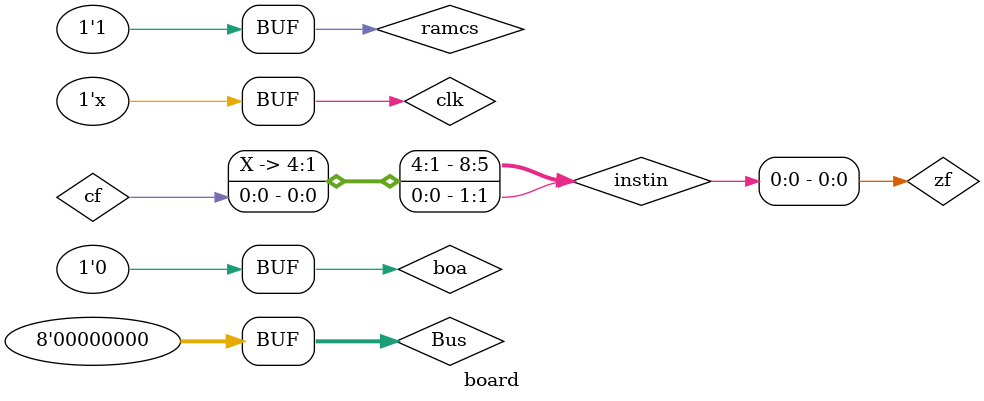
<source format=v>
	`include "programcounter.v"
	`include "GPR.v"
	`include "alu.v"
	`include "memaddreg.v"
	`include "ram.v"
	`include "instructionreg.v"
	`include "outputRegister.v"
	`include "controlunit.v"

module board;
	wire[7:0] Bus;
	reg clk,clr;
	wire hlt,marwa,ramwa,ramoa,inregoa,inregwa,awa,aoa,sumout,sub,bwa,outregwa,pcinc,pcoe,pcjmp,flagsin;
	assign Bus=8'h00;
	
	initial 
	begin
		clk<=0;
	end
	
	always #2 if(~hlt)
		clk = ~clk;
	
	counter pc(Bus[3:0],Bus[3:0],clk,clr,pcoe,pcjmp,pcinc);

	gpr a(Bus,Bus,clk,clr,awa,aoa);

	reg boa;
	gpr b(Bus,Bus,clk,clr,bwa,boa);
	initial boa<=0;

	wire cf,zf;
	alu alunit(Bus,cf,zf,a.store,b.store,clk,sumout,sub,flagsin);

	wire[3:0] addrout;
	memaddreg mar(Bus[3:0],clk,clr,marwa,addrout);

	reg ramcs;
	ram rm(Bus,addrout,clk,ramoa,ramwa,ramcs);
	initial ramcs<=1;

	instreg instructionreg(Bus,clk,clr,inregwa,inregoa,Bus[3:0]);

	wire[7:0] display;
	outputreg out(Bus,clk,clr,outregwa,display);

	wire[2:0] cucountout;
	counter3b cucounter(cucountout,~clk,clr);
	wire[8:0] instin;
	assign instin[8:5]= instructionreg.store[7:4];
	assign instin[4:2]= cucountout;
	assign instin[1]= cf;
        assign instin[0]= zf;
	controlunit ctrlunit(instin,hlt,marwa,ramwa,ramoa,inregoa,inregwa,awa,aoa,sumout,sub,bwa,outregwa,pcinc,pcoe,pcjmp,flagsin);
	
	endmodule


</source>
